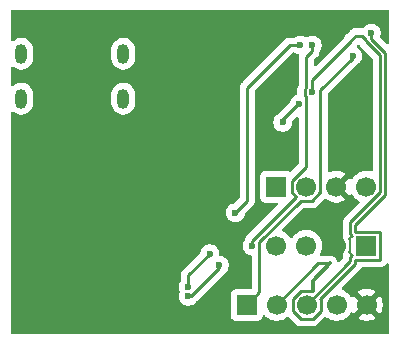
<source format=gbr>
%TF.GenerationSoftware,KiCad,Pcbnew,9.0.7*%
%TF.CreationDate,2026-02-19T23:55:45-05:00*%
%TF.ProjectId,usb_c_sensor_breakout,7573625f-635f-4736-956e-736f725f6272,rev?*%
%TF.SameCoordinates,Original*%
%TF.FileFunction,Copper,L2,Bot*%
%TF.FilePolarity,Positive*%
%FSLAX46Y46*%
G04 Gerber Fmt 4.6, Leading zero omitted, Abs format (unit mm)*
G04 Created by KiCad (PCBNEW 9.0.7) date 2026-02-19 23:55:45*
%MOMM*%
%LPD*%
G01*
G04 APERTURE LIST*
%TA.AperFunction,ComponentPad*%
%ADD10R,1.700000X1.700000*%
%TD*%
%TA.AperFunction,ComponentPad*%
%ADD11C,1.700000*%
%TD*%
%TA.AperFunction,HeatsinkPad*%
%ADD12O,1.000000X1.700000*%
%TD*%
%TA.AperFunction,ViaPad*%
%ADD13C,0.600000*%
%TD*%
%TA.AperFunction,Conductor*%
%ADD14C,0.250000*%
%TD*%
%TA.AperFunction,Conductor*%
%ADD15C,0.200000*%
%TD*%
%TA.AperFunction,Conductor*%
%ADD16C,0.300000*%
%TD*%
%TA.AperFunction,Conductor*%
%ADD17C,0.600000*%
%TD*%
G04 APERTURE END LIST*
D10*
%TO.P,J4,1,Pin_1*%
%TO.N,/+3V3*%
X154080000Y-82000000D03*
D11*
%TO.P,J4,2,Pin_2*%
%TO.N,GND*%
X151540000Y-82000000D03*
%TO.P,J4,3,Pin_3*%
%TO.N,/CONNECTORS/I2C_SCL*%
X149000000Y-82000000D03*
%TO.P,J4,4,Pin_4*%
%TO.N,/CONNECTORS/I2C_SDA*%
X146460000Y-82000000D03*
%TD*%
D10*
%TO.P,J3,1,Pin_1*%
%TO.N,/CONNECTORS/UART_TX*%
X146460000Y-77000000D03*
D11*
%TO.P,J3,2,Pin_2*%
%TO.N,/CONNECTORS/UART_RX*%
X149000000Y-77000000D03*
%TO.P,J3,3,Pin_3*%
%TO.N,GND*%
X151540000Y-77000000D03*
%TO.P,J3,4,Pin_4*%
%TO.N,/+3V3*%
X154080000Y-77000000D03*
%TD*%
D10*
%TO.P,J5,1,Pin_1*%
%TO.N,/CONNECTORS/SWDIO*%
X143960000Y-87000000D03*
D11*
%TO.P,J5,2,Pin_2*%
%TO.N,/CONNECTORS/SWCLK*%
X146500000Y-87000000D03*
%TO.P,J5,3,Pin_3*%
%TO.N,/CONNECTORS/NRST*%
X149040000Y-87000000D03*
%TO.P,J5,4,Pin_4*%
%TO.N,/+3V3*%
X151580000Y-87000000D03*
%TO.P,J5,5,Pin_5*%
%TO.N,GND*%
X154120000Y-87000000D03*
%TD*%
D12*
%TO.P,J1,S1,SHIELD*%
%TO.N,unconnected-(J1-SHIELD-PadS1)*%
X133500000Y-69550000D03*
%TO.N,unconnected-(J1-SHIELD-PadS1)_1*%
X133500000Y-65750000D03*
%TO.N,unconnected-(J1-SHIELD-PadS1)_2*%
X124860000Y-69550000D03*
%TO.N,unconnected-(J1-SHIELD-PadS1)_3*%
X124860000Y-65750000D03*
%TD*%
D13*
%TO.N,GND*%
X154000000Y-84500000D03*
%TO.N,/CONNECTORS/NRST*%
X148375000Y-70000000D03*
X147000000Y-71550000D03*
%TO.N,GND*%
X129500000Y-77000000D03*
X143000000Y-71000000D03*
%TO.N,/CONNECTORS/I2C_SDA*%
X139000000Y-85475000D03*
%TO.N,GND*%
X135000000Y-86500000D03*
X132469614Y-87530386D03*
X126430000Y-71000000D03*
X131500000Y-71500000D03*
X133000000Y-78000000D03*
X143000000Y-67000000D03*
X148000000Y-68350000D03*
%TO.N,/CONNECTORS/I2C_SDA*%
X148500000Y-65000000D03*
%TO.N,/CONNECTORS/NRST*%
X149500000Y-69000000D03*
%TO.N,/CONNECTORS/SWCLK*%
X154500000Y-64000000D03*
%TO.N,/CONNECTORS/SWDIO*%
X152929996Y-65929997D03*
%TO.N,GND*%
X138000000Y-84000000D03*
X136750000Y-86250000D03*
%TO.N,/CONNECTORS/I2C_SCL*%
X149500000Y-65000000D03*
X144401000Y-82000000D03*
X139000000Y-86275003D03*
X141644975Y-83655025D03*
%TO.N,/CONNECTORS/I2C_SDA*%
X140815686Y-82684314D03*
X143000000Y-79200000D03*
%TO.N,GND*%
X124500000Y-71850000D03*
%TD*%
D14*
%TO.N,/CONNECTORS/I2C_SDA*%
X144000000Y-68625000D02*
X147625000Y-65000000D01*
X147625000Y-65000000D02*
X148500000Y-65000000D01*
X143000000Y-79200000D02*
X144000000Y-78200000D01*
X144000000Y-78200000D02*
X144000000Y-68625000D01*
%TO.N,/CONNECTORS/I2C_SCL*%
X149500000Y-65500000D02*
X149500000Y-65000000D01*
X149000000Y-66000000D02*
X149500000Y-65500000D01*
X149000000Y-68614702D02*
X149000000Y-66000000D01*
X148874000Y-69259298D02*
X148874000Y-68740702D01*
X149000000Y-69385298D02*
X148874000Y-69259298D01*
X149000000Y-75336884D02*
X149000000Y-69385298D01*
X147824000Y-76512884D02*
X149000000Y-75336884D01*
X147824000Y-77487116D02*
X147824000Y-76512884D01*
X144401000Y-82000000D02*
X144401000Y-81599000D01*
X148168442Y-77831558D02*
X147824000Y-77487116D01*
X148874000Y-68740702D02*
X149000000Y-68614702D01*
X144401000Y-81599000D02*
X148168442Y-77831558D01*
D15*
%TO.N,/CONNECTORS/NRST*%
X152635285Y-82532475D02*
X152904000Y-82801190D01*
X152691000Y-81523240D02*
X152691000Y-82476760D01*
X152635285Y-81467525D02*
X152691000Y-81523240D01*
X152904000Y-81198810D02*
X152635285Y-81467525D01*
X152691000Y-82476760D02*
X152635285Y-82532475D01*
D14*
X152716000Y-83324000D02*
X149040000Y-87000000D01*
X152904000Y-82801190D02*
X152716000Y-82989190D01*
X152716000Y-81010810D02*
X152904000Y-81198810D01*
X152716000Y-80027116D02*
X152716000Y-81010810D01*
X155256000Y-77487116D02*
X152716000Y-80027116D01*
X155256000Y-65874313D02*
X155256000Y-77487116D01*
X154054770Y-64569468D02*
X154054770Y-64673083D01*
X153688068Y-64202766D02*
X154054770Y-64569468D01*
X153169472Y-64202766D02*
X153688068Y-64202766D01*
X152716000Y-82989190D02*
X152716000Y-83324000D01*
X152802770Y-64697230D02*
X152802770Y-64569468D01*
X152802770Y-64569468D02*
X153169472Y-64202766D01*
X149500000Y-68000000D02*
X152802770Y-64697230D01*
X149500000Y-69000000D02*
X149500000Y-68000000D01*
X154054770Y-64673083D02*
X155256000Y-65874313D01*
D16*
%TO.N,/CONNECTORS/SWCLK*%
X149552653Y-84947347D02*
X149552653Y-85814181D01*
X151000000Y-83500000D02*
X149552653Y-84947347D01*
D14*
X151000000Y-83500000D02*
X150000000Y-83500000D01*
X150000000Y-83500000D02*
X146500000Y-87000000D01*
X148552884Y-85824000D02*
X149527116Y-85824000D01*
X147864000Y-86512884D02*
X148552884Y-85824000D01*
X147864000Y-87487116D02*
X147864000Y-86512884D01*
X149527116Y-88176000D02*
X148552884Y-88176000D01*
X150216000Y-87487116D02*
X149527116Y-88176000D01*
X150190463Y-86487347D02*
X150216000Y-86512884D01*
X153167000Y-83510810D02*
X150190463Y-86487347D01*
X153167000Y-83176000D02*
X153167000Y-83510810D01*
X153167000Y-80213926D02*
X153167000Y-80824000D01*
X155256000Y-80824000D02*
X155256000Y-83176000D01*
X155707000Y-77673926D02*
X153167000Y-80213926D01*
X153167000Y-80824000D02*
X155256000Y-80824000D01*
X154505770Y-64382658D02*
X154505770Y-64486273D01*
X150216000Y-86512884D02*
X150216000Y-87487116D01*
X155707000Y-65687503D02*
X155707000Y-77673926D01*
X154500000Y-64376888D02*
X154505770Y-64382658D01*
X148552884Y-88176000D02*
X147864000Y-87487116D01*
X154505770Y-64486273D02*
X155707000Y-65687503D01*
X155256000Y-83176000D02*
X153167000Y-83176000D01*
X154500000Y-64000000D02*
X154500000Y-64376888D01*
%TO.N,/CONNECTORS/SWDIO*%
X145026000Y-85934000D02*
X143960000Y-87000000D01*
X145026000Y-81662884D02*
X145026000Y-85934000D01*
X148512884Y-78176000D02*
X145026000Y-81662884D01*
X150176000Y-77487116D02*
X149487116Y-78176000D01*
X150176000Y-68824000D02*
X150176000Y-77487116D01*
X152929996Y-66070004D02*
X150176000Y-68824000D01*
X149487116Y-78176000D02*
X148512884Y-78176000D01*
X152929996Y-65929997D02*
X152929996Y-66070004D01*
%TO.N,/CONNECTORS/I2C_SCL*%
X139224997Y-86275003D02*
X141644975Y-83855025D01*
X139000000Y-86275003D02*
X139224997Y-86275003D01*
X141644975Y-83855025D02*
X141644975Y-83655025D01*
D16*
%TO.N,/CONNECTORS/NRST*%
X147000000Y-71375000D02*
X148375000Y-70000000D01*
X147000000Y-71550000D02*
X147000000Y-71375000D01*
D17*
%TO.N,GND*%
X131500000Y-71500000D02*
X126930000Y-71500000D01*
X126930000Y-71500000D02*
X126430000Y-71000000D01*
D14*
%TO.N,/CONNECTORS/I2C_SDA*%
X139000000Y-84500000D02*
X139000000Y-85475000D01*
X140815686Y-82684314D02*
X139000000Y-84500000D01*
%TD*%
%TA.AperFunction,Conductor*%
%TO.N,GND*%
G36*
X155942539Y-62020185D02*
G01*
X155988294Y-62072989D01*
X155999500Y-62124500D01*
X155999500Y-64796051D01*
X155979815Y-64863090D01*
X155927011Y-64908845D01*
X155857853Y-64918789D01*
X155794297Y-64889764D01*
X155787819Y-64883732D01*
X155289616Y-64385529D01*
X155256131Y-64324206D01*
X155261115Y-64254514D01*
X155262719Y-64250439D01*
X155269737Y-64233497D01*
X155300500Y-64078842D01*
X155300500Y-63921158D01*
X155300500Y-63921155D01*
X155300499Y-63921153D01*
X155269738Y-63766510D01*
X155269737Y-63766503D01*
X155249194Y-63716908D01*
X155209397Y-63620827D01*
X155209390Y-63620814D01*
X155121789Y-63489711D01*
X155121786Y-63489707D01*
X155010292Y-63378213D01*
X155010288Y-63378210D01*
X154879185Y-63290609D01*
X154879172Y-63290602D01*
X154733501Y-63230264D01*
X154733489Y-63230261D01*
X154578845Y-63199500D01*
X154578842Y-63199500D01*
X154421158Y-63199500D01*
X154421155Y-63199500D01*
X154266510Y-63230261D01*
X154266498Y-63230264D01*
X154120827Y-63290602D01*
X154120814Y-63290609D01*
X153989711Y-63378210D01*
X153989707Y-63378213D01*
X153878210Y-63489710D01*
X153856531Y-63522157D01*
X153802919Y-63566962D01*
X153753429Y-63577266D01*
X153749675Y-63577266D01*
X153749674Y-63577266D01*
X153231079Y-63577266D01*
X153107865Y-63577266D01*
X153087592Y-63581298D01*
X153067318Y-63585331D01*
X153067317Y-63585330D01*
X152987027Y-63601301D01*
X152987019Y-63601303D01*
X152942405Y-63619783D01*
X152942397Y-63619786D01*
X152939900Y-63620821D01*
X152873187Y-63648454D01*
X152873186Y-63648455D01*
X152855227Y-63660454D01*
X152855220Y-63660458D01*
X152770740Y-63716906D01*
X152727177Y-63760469D01*
X152683614Y-63804033D01*
X152406712Y-64080934D01*
X152406704Y-64080942D01*
X152404040Y-64083607D01*
X152404037Y-64083610D01*
X152316912Y-64170735D01*
X152289759Y-64211373D01*
X152285090Y-64218359D01*
X152285084Y-64218367D01*
X152248460Y-64273177D01*
X152248458Y-64273181D01*
X152229067Y-64319996D01*
X152228630Y-64321052D01*
X152201307Y-64387016D01*
X152199772Y-64394733D01*
X152195749Y-64404997D01*
X152180818Y-64424268D01*
X152169513Y-64445868D01*
X152167983Y-64447425D01*
X149837181Y-66778228D01*
X149775858Y-66811713D01*
X149706166Y-66806729D01*
X149650233Y-66764857D01*
X149625816Y-66699393D01*
X149625500Y-66690547D01*
X149625500Y-66310451D01*
X149645185Y-66243412D01*
X149661815Y-66222774D01*
X149898729Y-65985860D01*
X149898733Y-65985858D01*
X149985858Y-65898733D01*
X150037256Y-65821809D01*
X150054312Y-65796285D01*
X150097565Y-65691862D01*
X150101463Y-65682452D01*
X150117611Y-65601267D01*
X150125500Y-65561607D01*
X150125500Y-65542350D01*
X150145185Y-65475311D01*
X150146398Y-65473459D01*
X150182316Y-65419704D01*
X150209394Y-65379179D01*
X150269737Y-65233497D01*
X150300500Y-65078842D01*
X150300500Y-64921158D01*
X150300500Y-64921155D01*
X150300499Y-64921153D01*
X150287446Y-64855534D01*
X150269737Y-64766503D01*
X150267962Y-64762218D01*
X150209397Y-64620827D01*
X150209390Y-64620814D01*
X150121789Y-64489711D01*
X150121786Y-64489707D01*
X150010292Y-64378213D01*
X150010288Y-64378210D01*
X149879185Y-64290609D01*
X149879172Y-64290602D01*
X149733501Y-64230264D01*
X149733489Y-64230261D01*
X149578845Y-64199500D01*
X149578842Y-64199500D01*
X149421158Y-64199500D01*
X149421155Y-64199500D01*
X149266510Y-64230261D01*
X149266498Y-64230264D01*
X149120827Y-64290602D01*
X149120814Y-64290609D01*
X149068891Y-64325304D01*
X149002214Y-64346182D01*
X148934833Y-64327698D01*
X148931109Y-64325304D01*
X148879185Y-64290609D01*
X148879172Y-64290602D01*
X148733501Y-64230264D01*
X148733489Y-64230261D01*
X148578845Y-64199500D01*
X148578842Y-64199500D01*
X148421158Y-64199500D01*
X148421155Y-64199500D01*
X148266510Y-64230261D01*
X148266498Y-64230264D01*
X148120827Y-64290602D01*
X148120815Y-64290609D01*
X148026541Y-64353602D01*
X147959864Y-64374480D01*
X147957650Y-64374500D01*
X147563393Y-64374500D01*
X147539868Y-64379179D01*
X147539867Y-64379178D01*
X147442555Y-64398535D01*
X147442545Y-64398538D01*
X147328716Y-64445687D01*
X147328707Y-64445692D01*
X147226268Y-64514140D01*
X147195193Y-64545216D01*
X147139142Y-64601267D01*
X147139139Y-64601270D01*
X143601270Y-68139139D01*
X143601267Y-68139142D01*
X143557704Y-68182704D01*
X143514142Y-68226266D01*
X143485128Y-68269689D01*
X143485127Y-68269688D01*
X143445692Y-68328707D01*
X143445685Y-68328719D01*
X143429491Y-68367816D01*
X143429488Y-68367824D01*
X143426724Y-68374499D01*
X143398537Y-68442548D01*
X143397154Y-68449500D01*
X143376549Y-68553095D01*
X143375583Y-68557948D01*
X143375581Y-68557957D01*
X143374500Y-68563396D01*
X143374500Y-77889547D01*
X143354815Y-77956586D01*
X143338181Y-77977228D01*
X142941203Y-78374205D01*
X142879880Y-78407690D01*
X142877714Y-78408141D01*
X142766508Y-78430261D01*
X142766498Y-78430264D01*
X142620827Y-78490602D01*
X142620814Y-78490609D01*
X142489711Y-78578210D01*
X142489707Y-78578213D01*
X142378213Y-78689707D01*
X142378211Y-78689710D01*
X142290609Y-78820814D01*
X142290602Y-78820827D01*
X142230264Y-78966498D01*
X142230261Y-78966510D01*
X142199500Y-79121153D01*
X142199500Y-79278846D01*
X142230261Y-79433489D01*
X142230264Y-79433501D01*
X142290602Y-79579172D01*
X142290609Y-79579185D01*
X142378210Y-79710288D01*
X142378213Y-79710292D01*
X142489707Y-79821786D01*
X142489711Y-79821789D01*
X142620814Y-79909390D01*
X142620827Y-79909397D01*
X142756286Y-79965505D01*
X142766503Y-79969737D01*
X142921153Y-80000499D01*
X142921156Y-80000500D01*
X142921158Y-80000500D01*
X143078844Y-80000500D01*
X143078845Y-80000499D01*
X143233497Y-79969737D01*
X143379179Y-79909394D01*
X143510289Y-79821789D01*
X143621789Y-79710289D01*
X143709394Y-79579179D01*
X143769737Y-79433497D01*
X143791858Y-79322282D01*
X143824240Y-79260375D01*
X143825677Y-79258911D01*
X144485858Y-78598733D01*
X144554312Y-78496285D01*
X144601463Y-78382451D01*
X144619098Y-78293796D01*
X144625501Y-78261608D01*
X144625501Y-78133283D01*
X144625500Y-78133257D01*
X144625500Y-68935452D01*
X144645185Y-68868413D01*
X144661819Y-68847771D01*
X147847771Y-65661819D01*
X147874698Y-65647115D01*
X147900517Y-65630523D01*
X147906717Y-65629631D01*
X147909094Y-65628334D01*
X147935452Y-65625500D01*
X147957650Y-65625500D01*
X148024689Y-65645185D01*
X148026541Y-65646398D01*
X148120821Y-65709394D01*
X148120823Y-65709395D01*
X148120827Y-65709397D01*
X148230082Y-65754651D01*
X148266503Y-65769737D01*
X148281040Y-65772628D01*
X148342951Y-65805011D01*
X148377528Y-65865726D01*
X148378470Y-65918436D01*
X148374500Y-65938395D01*
X148374500Y-68324769D01*
X148371284Y-68338025D01*
X148372259Y-68348235D01*
X148363826Y-68368767D01*
X148360716Y-68381588D01*
X148357497Y-68387831D01*
X148319688Y-68444416D01*
X148286347Y-68524909D01*
X148284372Y-68529676D01*
X148284372Y-68529677D01*
X148272536Y-68558250D01*
X148263941Y-68601462D01*
X148263942Y-68601463D01*
X148249059Y-68676289D01*
X148249055Y-68676305D01*
X148248500Y-68679090D01*
X148248500Y-69107215D01*
X148228815Y-69174254D01*
X148176011Y-69220009D01*
X148148696Y-69228831D01*
X148141512Y-69230260D01*
X148141500Y-69230263D01*
X147995827Y-69290602D01*
X147995814Y-69290609D01*
X147864711Y-69378210D01*
X147864707Y-69378213D01*
X147753213Y-69489707D01*
X147753210Y-69489711D01*
X147665609Y-69620814D01*
X147665602Y-69620827D01*
X147605264Y-69766498D01*
X147605261Y-69766508D01*
X147591920Y-69833579D01*
X147559535Y-69895490D01*
X147557984Y-69897068D01*
X146610250Y-70844802D01*
X146591460Y-70860223D01*
X146489711Y-70928210D01*
X146489707Y-70928213D01*
X146378213Y-71039707D01*
X146378210Y-71039711D01*
X146290609Y-71170814D01*
X146290602Y-71170827D01*
X146230264Y-71316498D01*
X146230261Y-71316510D01*
X146199500Y-71471153D01*
X146199500Y-71628846D01*
X146230261Y-71783489D01*
X146230264Y-71783501D01*
X146290602Y-71929172D01*
X146290609Y-71929185D01*
X146378210Y-72060288D01*
X146378213Y-72060292D01*
X146489707Y-72171786D01*
X146489711Y-72171789D01*
X146620814Y-72259390D01*
X146620827Y-72259397D01*
X146766498Y-72319735D01*
X146766503Y-72319737D01*
X146921153Y-72350499D01*
X146921156Y-72350500D01*
X146921158Y-72350500D01*
X147078844Y-72350500D01*
X147078845Y-72350499D01*
X147233497Y-72319737D01*
X147379179Y-72259394D01*
X147510289Y-72171789D01*
X147621789Y-72060289D01*
X147709394Y-71929179D01*
X147769737Y-71783497D01*
X147800500Y-71628842D01*
X147800500Y-71545808D01*
X147820185Y-71478769D01*
X147836819Y-71458127D01*
X148162819Y-71132127D01*
X148224142Y-71098642D01*
X148293834Y-71103626D01*
X148349767Y-71145498D01*
X148374184Y-71210962D01*
X148374500Y-71219808D01*
X148374500Y-75026431D01*
X148354815Y-75093470D01*
X148338181Y-75114112D01*
X147739115Y-75713177D01*
X147677792Y-75746662D01*
X147608100Y-75741678D01*
X147577124Y-75724763D01*
X147552335Y-75706206D01*
X147552328Y-75706202D01*
X147417482Y-75655908D01*
X147417483Y-75655908D01*
X147357883Y-75649501D01*
X147357881Y-75649500D01*
X147357873Y-75649500D01*
X147357864Y-75649500D01*
X145562129Y-75649500D01*
X145562123Y-75649501D01*
X145502516Y-75655908D01*
X145367671Y-75706202D01*
X145367664Y-75706206D01*
X145252455Y-75792452D01*
X145252452Y-75792455D01*
X145166206Y-75907664D01*
X145166202Y-75907671D01*
X145115908Y-76042517D01*
X145109501Y-76102116D01*
X145109500Y-76102135D01*
X145109500Y-77897870D01*
X145109501Y-77897876D01*
X145115908Y-77957483D01*
X145166202Y-78092328D01*
X145166206Y-78092335D01*
X145252452Y-78207544D01*
X145252455Y-78207547D01*
X145367664Y-78293793D01*
X145367671Y-78293797D01*
X145502517Y-78344091D01*
X145502516Y-78344091D01*
X145509444Y-78344835D01*
X145562127Y-78350500D01*
X146465546Y-78350499D01*
X146532585Y-78370183D01*
X146578340Y-78422987D01*
X146588284Y-78492146D01*
X146559259Y-78555702D01*
X146553227Y-78562180D01*
X144619615Y-80495794D01*
X144002269Y-81113140D01*
X144002267Y-81113142D01*
X143958704Y-81156704D01*
X143915142Y-81200266D01*
X143891439Y-81235741D01*
X143891438Y-81235742D01*
X143846690Y-81302709D01*
X143846688Y-81302713D01*
X143799535Y-81416554D01*
X143799535Y-81416555D01*
X143792242Y-81453219D01*
X143773727Y-81497918D01*
X143691609Y-81620814D01*
X143691602Y-81620827D01*
X143631264Y-81766498D01*
X143631261Y-81766510D01*
X143600500Y-81921153D01*
X143600500Y-82078846D01*
X143631261Y-82233489D01*
X143631264Y-82233501D01*
X143691602Y-82379172D01*
X143691609Y-82379185D01*
X143779210Y-82510288D01*
X143779213Y-82510292D01*
X143890707Y-82621786D01*
X143890711Y-82621789D01*
X144021814Y-82709390D01*
X144021827Y-82709397D01*
X144154290Y-82764264D01*
X144167503Y-82769737D01*
X144277987Y-82791713D01*
X144300691Y-82796230D01*
X144362602Y-82828615D01*
X144397176Y-82889330D01*
X144400500Y-82917847D01*
X144400500Y-85525500D01*
X144380815Y-85592539D01*
X144328011Y-85638294D01*
X144276500Y-85649500D01*
X143062129Y-85649500D01*
X143062123Y-85649501D01*
X143002516Y-85655908D01*
X142867671Y-85706202D01*
X142867664Y-85706206D01*
X142752455Y-85792452D01*
X142752452Y-85792455D01*
X142666206Y-85907664D01*
X142666202Y-85907671D01*
X142615908Y-86042517D01*
X142609501Y-86102116D01*
X142609500Y-86102135D01*
X142609500Y-87897870D01*
X142609501Y-87897876D01*
X142615908Y-87957483D01*
X142666202Y-88092328D01*
X142666206Y-88092335D01*
X142752452Y-88207544D01*
X142752455Y-88207547D01*
X142867664Y-88293793D01*
X142867671Y-88293797D01*
X143002517Y-88344091D01*
X143002516Y-88344091D01*
X143009444Y-88344835D01*
X143062127Y-88350500D01*
X144857872Y-88350499D01*
X144917483Y-88344091D01*
X145052331Y-88293796D01*
X145167546Y-88207546D01*
X145253796Y-88092331D01*
X145302810Y-87960916D01*
X145344681Y-87904984D01*
X145410145Y-87880566D01*
X145478418Y-87895417D01*
X145506673Y-87916569D01*
X145620213Y-88030109D01*
X145792179Y-88155048D01*
X145792181Y-88155049D01*
X145792184Y-88155051D01*
X145981588Y-88251557D01*
X146183757Y-88317246D01*
X146393713Y-88350500D01*
X146393714Y-88350500D01*
X146606286Y-88350500D01*
X146606287Y-88350500D01*
X146816243Y-88317246D01*
X147018412Y-88251557D01*
X147207816Y-88155051D01*
X147376709Y-88032344D01*
X147442515Y-88008864D01*
X147510569Y-88024690D01*
X147537275Y-88044981D01*
X148067023Y-88574729D01*
X148067026Y-88574733D01*
X148154151Y-88661858D01*
X148205374Y-88696084D01*
X148256598Y-88730312D01*
X148256599Y-88730312D01*
X148256600Y-88730313D01*
X148330274Y-88760829D01*
X148330278Y-88760830D01*
X148337091Y-88763652D01*
X148370432Y-88777463D01*
X148430855Y-88789481D01*
X148491277Y-88801500D01*
X149588723Y-88801500D01*
X149649145Y-88789481D01*
X149709568Y-88777463D01*
X149742908Y-88763652D01*
X149823402Y-88730312D01*
X149874625Y-88696084D01*
X149925849Y-88661858D01*
X150012974Y-88574733D01*
X150012975Y-88574731D01*
X150020041Y-88567665D01*
X150020044Y-88567661D01*
X150542725Y-88044979D01*
X150604046Y-88011496D01*
X150673738Y-88016480D01*
X150703289Y-88032343D01*
X150785862Y-88092335D01*
X150872184Y-88155051D01*
X151061588Y-88251557D01*
X151263757Y-88317246D01*
X151473713Y-88350500D01*
X151473714Y-88350500D01*
X151686286Y-88350500D01*
X151686287Y-88350500D01*
X151896243Y-88317246D01*
X152098412Y-88251557D01*
X152287816Y-88155051D01*
X152374138Y-88092335D01*
X152459786Y-88030109D01*
X152459788Y-88030106D01*
X152459792Y-88030104D01*
X152610104Y-87879792D01*
X152610106Y-87879788D01*
X152610109Y-87879786D01*
X152695890Y-87761717D01*
X152735051Y-87707816D01*
X152739793Y-87698508D01*
X152787763Y-87647711D01*
X152855583Y-87630911D01*
X152921719Y-87653445D01*
X152960763Y-87698500D01*
X152965373Y-87707547D01*
X153004728Y-87761716D01*
X153637037Y-87129408D01*
X153654075Y-87192993D01*
X153719901Y-87307007D01*
X153812993Y-87400099D01*
X153927007Y-87465925D01*
X153990590Y-87482962D01*
X153358282Y-88115269D01*
X153358282Y-88115270D01*
X153412449Y-88154624D01*
X153601782Y-88251095D01*
X153803870Y-88316757D01*
X154013754Y-88350000D01*
X154226246Y-88350000D01*
X154436127Y-88316757D01*
X154436130Y-88316757D01*
X154638217Y-88251095D01*
X154827554Y-88154622D01*
X154881716Y-88115270D01*
X154881717Y-88115270D01*
X154249408Y-87482962D01*
X154312993Y-87465925D01*
X154427007Y-87400099D01*
X154520099Y-87307007D01*
X154585925Y-87192993D01*
X154602962Y-87129409D01*
X155235270Y-87761717D01*
X155235270Y-87761716D01*
X155274622Y-87707554D01*
X155371095Y-87518217D01*
X155436757Y-87316130D01*
X155436757Y-87316127D01*
X155470000Y-87106246D01*
X155470000Y-86893753D01*
X155436757Y-86683872D01*
X155436757Y-86683869D01*
X155371095Y-86481782D01*
X155274624Y-86292449D01*
X155235270Y-86238282D01*
X155235269Y-86238282D01*
X154602962Y-86870590D01*
X154585925Y-86807007D01*
X154520099Y-86692993D01*
X154427007Y-86599901D01*
X154312993Y-86534075D01*
X154249409Y-86517037D01*
X154881716Y-85884728D01*
X154827550Y-85845375D01*
X154638217Y-85748904D01*
X154436129Y-85683242D01*
X154226246Y-85650000D01*
X154013754Y-85650000D01*
X153803872Y-85683242D01*
X153803869Y-85683242D01*
X153601782Y-85748904D01*
X153412439Y-85845380D01*
X153358282Y-85884727D01*
X153358282Y-85884728D01*
X153990591Y-86517037D01*
X153927007Y-86534075D01*
X153812993Y-86599901D01*
X153719901Y-86692993D01*
X153654075Y-86807007D01*
X153637037Y-86870591D01*
X153004728Y-86238282D01*
X153004727Y-86238282D01*
X152965380Y-86292440D01*
X152965376Y-86292446D01*
X152960760Y-86301505D01*
X152912781Y-86352297D01*
X152844959Y-86369087D01*
X152778826Y-86346543D01*
X152739794Y-86301493D01*
X152735051Y-86292184D01*
X152735049Y-86292181D01*
X152735048Y-86292179D01*
X152610109Y-86120213D01*
X152459786Y-85969890D01*
X152287820Y-85844951D01*
X152098416Y-85748444D01*
X152089773Y-85745636D01*
X152076157Y-85741212D01*
X152018484Y-85701775D01*
X151991286Y-85637416D01*
X152003201Y-85568570D01*
X152026794Y-85535604D01*
X153565729Y-83996670D01*
X153565733Y-83996668D01*
X153652858Y-83909543D01*
X153692679Y-83849946D01*
X153697958Y-83843906D01*
X153720934Y-83829275D01*
X153741840Y-83811804D01*
X153751545Y-83809783D01*
X153756893Y-83806378D01*
X153767684Y-83806423D01*
X153791330Y-83801500D01*
X155317607Y-83801500D01*
X155317608Y-83801499D01*
X155438452Y-83777463D01*
X155552286Y-83730311D01*
X155654733Y-83661858D01*
X155741858Y-83574733D01*
X155750245Y-83562181D01*
X155772398Y-83529027D01*
X155826010Y-83484222D01*
X155895335Y-83475515D01*
X155958362Y-83505669D01*
X155995082Y-83565112D01*
X155999500Y-83597918D01*
X155999500Y-89375500D01*
X155979815Y-89442539D01*
X155927011Y-89488294D01*
X155875500Y-89499500D01*
X124124500Y-89499500D01*
X124057461Y-89479815D01*
X124011706Y-89427011D01*
X124000500Y-89375500D01*
X124000500Y-85396153D01*
X138199500Y-85396153D01*
X138199500Y-85553846D01*
X138230261Y-85708489D01*
X138230264Y-85708501D01*
X138279575Y-85827549D01*
X138287044Y-85897018D01*
X138279575Y-85922453D01*
X138230264Y-86041501D01*
X138230261Y-86041513D01*
X138199500Y-86196156D01*
X138199500Y-86353849D01*
X138230261Y-86508492D01*
X138230264Y-86508504D01*
X138290602Y-86654175D01*
X138290609Y-86654188D01*
X138378210Y-86785291D01*
X138378213Y-86785295D01*
X138489707Y-86896789D01*
X138489711Y-86896792D01*
X138620814Y-86984393D01*
X138620827Y-86984400D01*
X138766498Y-87044738D01*
X138766503Y-87044740D01*
X138872509Y-87065826D01*
X138921153Y-87075502D01*
X138921156Y-87075503D01*
X138921158Y-87075503D01*
X139078844Y-87075503D01*
X139078845Y-87075502D01*
X139233497Y-87044740D01*
X139379179Y-86984397D01*
X139510289Y-86896792D01*
X139621789Y-86785292D01*
X139660293Y-86727665D01*
X139675706Y-86708883D01*
X139710855Y-86673736D01*
X139710856Y-86673733D01*
X142003519Y-84381070D01*
X142022305Y-84365653D01*
X142024148Y-84364421D01*
X142024154Y-84364419D01*
X142155264Y-84276814D01*
X142266764Y-84165314D01*
X142354369Y-84034204D01*
X142362679Y-84014143D01*
X142414710Y-83888526D01*
X142414712Y-83888522D01*
X142445475Y-83733867D01*
X142445475Y-83576183D01*
X142445475Y-83576180D01*
X142445474Y-83576178D01*
X142428759Y-83492147D01*
X142414712Y-83421528D01*
X142392472Y-83367835D01*
X142354372Y-83275852D01*
X142354365Y-83275839D01*
X142266764Y-83144736D01*
X142266761Y-83144732D01*
X142155267Y-83033238D01*
X142155263Y-83033235D01*
X142024160Y-82945634D01*
X142024147Y-82945627D01*
X141878476Y-82885289D01*
X141878464Y-82885286D01*
X141717843Y-82853336D01*
X141718305Y-82851012D01*
X141663245Y-82828780D01*
X141622886Y-82771745D01*
X141616186Y-82731537D01*
X141616186Y-82605469D01*
X141616185Y-82605467D01*
X141598869Y-82518414D01*
X141585423Y-82450817D01*
X141585421Y-82450812D01*
X141525083Y-82305141D01*
X141525076Y-82305128D01*
X141437475Y-82174025D01*
X141437472Y-82174021D01*
X141325978Y-82062527D01*
X141325974Y-82062524D01*
X141194871Y-81974923D01*
X141194858Y-81974916D01*
X141049187Y-81914578D01*
X141049175Y-81914575D01*
X140894531Y-81883814D01*
X140894528Y-81883814D01*
X140736844Y-81883814D01*
X140736841Y-81883814D01*
X140582196Y-81914575D01*
X140582184Y-81914578D01*
X140436513Y-81974916D01*
X140436500Y-81974923D01*
X140305397Y-82062524D01*
X140305393Y-82062527D01*
X140193899Y-82174021D01*
X140193896Y-82174025D01*
X140106295Y-82305128D01*
X140106288Y-82305141D01*
X140045950Y-82450812D01*
X140045947Y-82450822D01*
X140023827Y-82562028D01*
X139991442Y-82623939D01*
X139989891Y-82625517D01*
X139294761Y-83320648D01*
X138601270Y-84014139D01*
X138601267Y-84014142D01*
X138557704Y-84057704D01*
X138514142Y-84101266D01*
X138493537Y-84132103D01*
X138493531Y-84132112D01*
X138490727Y-84136310D01*
X138445688Y-84203714D01*
X138424960Y-84253758D01*
X138422235Y-84260334D01*
X138422234Y-84260338D01*
X138398538Y-84317545D01*
X138398535Y-84317555D01*
X138374500Y-84438389D01*
X138374500Y-84932650D01*
X138354815Y-84999689D01*
X138353602Y-85001541D01*
X138290609Y-85095815D01*
X138290602Y-85095828D01*
X138230264Y-85241498D01*
X138230261Y-85241510D01*
X138199500Y-85396153D01*
X124000500Y-85396153D01*
X124000500Y-70754784D01*
X124020185Y-70687745D01*
X124072989Y-70641990D01*
X124142147Y-70632046D01*
X124205703Y-70661071D01*
X124212181Y-70667103D01*
X124222214Y-70677136D01*
X124222218Y-70677139D01*
X124386079Y-70786628D01*
X124386092Y-70786635D01*
X124563752Y-70860223D01*
X124568165Y-70862051D01*
X124568169Y-70862051D01*
X124568170Y-70862052D01*
X124761456Y-70900500D01*
X124761459Y-70900500D01*
X124958543Y-70900500D01*
X125088582Y-70874632D01*
X125151835Y-70862051D01*
X125333914Y-70786632D01*
X125497782Y-70677139D01*
X125637139Y-70537782D01*
X125746632Y-70373914D01*
X125822051Y-70191835D01*
X125860500Y-69998543D01*
X132499499Y-69998543D01*
X132537947Y-70191829D01*
X132537950Y-70191839D01*
X132613364Y-70373907D01*
X132613371Y-70373920D01*
X132722860Y-70537781D01*
X132722863Y-70537785D01*
X132862214Y-70677136D01*
X132862218Y-70677139D01*
X133026079Y-70786628D01*
X133026092Y-70786635D01*
X133203752Y-70860223D01*
X133208165Y-70862051D01*
X133208169Y-70862051D01*
X133208170Y-70862052D01*
X133401456Y-70900500D01*
X133401459Y-70900500D01*
X133598543Y-70900500D01*
X133728582Y-70874632D01*
X133791835Y-70862051D01*
X133973914Y-70786632D01*
X134137782Y-70677139D01*
X134277139Y-70537782D01*
X134386632Y-70373914D01*
X134462051Y-70191835D01*
X134500500Y-69998541D01*
X134500500Y-69101459D01*
X134500500Y-69101456D01*
X134462052Y-68908170D01*
X134462051Y-68908169D01*
X134462051Y-68908165D01*
X134437035Y-68847771D01*
X134386635Y-68726092D01*
X134386628Y-68726079D01*
X134277139Y-68562218D01*
X134277136Y-68562214D01*
X134137785Y-68422863D01*
X134137781Y-68422860D01*
X133973920Y-68313371D01*
X133973907Y-68313364D01*
X133791839Y-68237950D01*
X133791829Y-68237947D01*
X133598543Y-68199500D01*
X133598541Y-68199500D01*
X133401459Y-68199500D01*
X133401457Y-68199500D01*
X133208170Y-68237947D01*
X133208160Y-68237950D01*
X133026092Y-68313364D01*
X133026079Y-68313371D01*
X132862218Y-68422860D01*
X132862214Y-68422863D01*
X132722863Y-68562214D01*
X132722860Y-68562218D01*
X132613371Y-68726079D01*
X132613364Y-68726092D01*
X132537950Y-68908160D01*
X132537947Y-68908170D01*
X132499500Y-69101456D01*
X132499500Y-69101459D01*
X132499500Y-69998541D01*
X132499500Y-69998543D01*
X132499499Y-69998543D01*
X125860500Y-69998543D01*
X125860500Y-69998541D01*
X125860500Y-69101459D01*
X125860500Y-69101456D01*
X125822052Y-68908170D01*
X125822051Y-68908169D01*
X125822051Y-68908165D01*
X125797035Y-68847771D01*
X125746635Y-68726092D01*
X125746628Y-68726079D01*
X125637139Y-68562218D01*
X125637136Y-68562214D01*
X125497785Y-68422863D01*
X125497781Y-68422860D01*
X125333920Y-68313371D01*
X125333907Y-68313364D01*
X125151839Y-68237950D01*
X125151829Y-68237947D01*
X124958543Y-68199500D01*
X124958541Y-68199500D01*
X124761459Y-68199500D01*
X124761457Y-68199500D01*
X124568170Y-68237947D01*
X124568160Y-68237950D01*
X124386092Y-68313364D01*
X124386079Y-68313371D01*
X124222218Y-68422860D01*
X124222214Y-68422863D01*
X124212181Y-68432897D01*
X124150858Y-68466382D01*
X124081166Y-68461398D01*
X124025233Y-68419526D01*
X124000816Y-68354062D01*
X124000500Y-68345216D01*
X124000500Y-66954784D01*
X124020185Y-66887745D01*
X124072989Y-66841990D01*
X124142147Y-66832046D01*
X124205703Y-66861071D01*
X124212181Y-66867103D01*
X124222214Y-66877136D01*
X124222218Y-66877139D01*
X124386079Y-66986628D01*
X124386092Y-66986635D01*
X124568160Y-67062049D01*
X124568165Y-67062051D01*
X124568169Y-67062051D01*
X124568170Y-67062052D01*
X124761456Y-67100500D01*
X124761459Y-67100500D01*
X124958543Y-67100500D01*
X125088582Y-67074632D01*
X125151835Y-67062051D01*
X125333914Y-66986632D01*
X125497782Y-66877139D01*
X125637139Y-66737782D01*
X125746632Y-66573914D01*
X125822051Y-66391835D01*
X125834632Y-66328582D01*
X125860500Y-66198543D01*
X132499499Y-66198543D01*
X132537947Y-66391829D01*
X132537950Y-66391839D01*
X132613364Y-66573907D01*
X132613371Y-66573920D01*
X132722860Y-66737781D01*
X132722863Y-66737785D01*
X132862214Y-66877136D01*
X132862218Y-66877139D01*
X133026079Y-66986628D01*
X133026092Y-66986635D01*
X133208160Y-67062049D01*
X133208165Y-67062051D01*
X133208169Y-67062051D01*
X133208170Y-67062052D01*
X133401456Y-67100500D01*
X133401459Y-67100500D01*
X133598543Y-67100500D01*
X133728582Y-67074632D01*
X133791835Y-67062051D01*
X133973914Y-66986632D01*
X134137782Y-66877139D01*
X134277139Y-66737782D01*
X134386632Y-66573914D01*
X134462051Y-66391835D01*
X134474632Y-66328582D01*
X134500500Y-66198543D01*
X134500500Y-65301456D01*
X134462052Y-65108170D01*
X134462051Y-65108169D01*
X134462051Y-65108165D01*
X134446051Y-65069537D01*
X134386635Y-64926092D01*
X134386628Y-64926079D01*
X134277139Y-64762218D01*
X134277136Y-64762214D01*
X134137785Y-64622863D01*
X134137781Y-64622860D01*
X133973920Y-64513371D01*
X133973907Y-64513364D01*
X133791839Y-64437950D01*
X133791829Y-64437947D01*
X133598543Y-64399500D01*
X133598541Y-64399500D01*
X133401459Y-64399500D01*
X133401457Y-64399500D01*
X133208170Y-64437947D01*
X133208160Y-64437950D01*
X133026092Y-64513364D01*
X133026079Y-64513371D01*
X132862218Y-64622860D01*
X132862214Y-64622863D01*
X132722863Y-64762214D01*
X132722860Y-64762218D01*
X132613371Y-64926079D01*
X132613364Y-64926092D01*
X132537950Y-65108160D01*
X132537947Y-65108170D01*
X132499500Y-65301456D01*
X132499500Y-65301459D01*
X132499500Y-66198541D01*
X132499500Y-66198543D01*
X132499499Y-66198543D01*
X125860500Y-66198543D01*
X125860500Y-65301456D01*
X125822052Y-65108170D01*
X125822051Y-65108169D01*
X125822051Y-65108165D01*
X125806051Y-65069537D01*
X125746635Y-64926092D01*
X125746628Y-64926079D01*
X125637139Y-64762218D01*
X125637136Y-64762214D01*
X125497785Y-64622863D01*
X125497781Y-64622860D01*
X125333920Y-64513371D01*
X125333907Y-64513364D01*
X125151839Y-64437950D01*
X125151829Y-64437947D01*
X124958543Y-64399500D01*
X124958541Y-64399500D01*
X124761459Y-64399500D01*
X124761457Y-64399500D01*
X124568170Y-64437947D01*
X124568160Y-64437950D01*
X124386092Y-64513364D01*
X124386079Y-64513371D01*
X124222218Y-64622860D01*
X124222214Y-64622863D01*
X124212181Y-64632897D01*
X124150858Y-64666382D01*
X124081166Y-64661398D01*
X124025233Y-64619526D01*
X124000816Y-64554062D01*
X124000500Y-64545216D01*
X124000500Y-62124500D01*
X124020185Y-62057461D01*
X124072989Y-62011706D01*
X124124500Y-62000500D01*
X155875500Y-62000500D01*
X155942539Y-62020185D01*
G37*
%TD.AperFunction*%
%TA.AperFunction,Conductor*%
G36*
X152655270Y-77761717D02*
G01*
X152655270Y-77761716D01*
X152694622Y-77707555D01*
X152699232Y-77698507D01*
X152747205Y-77647709D01*
X152815025Y-77630912D01*
X152881161Y-77653447D01*
X152920204Y-77698504D01*
X152924949Y-77707817D01*
X153049890Y-77879786D01*
X153200213Y-78030109D01*
X153372182Y-78155050D01*
X153439580Y-78189391D01*
X153490377Y-78237365D01*
X153507172Y-78305186D01*
X153484635Y-78371321D01*
X153470967Y-78387557D01*
X152317269Y-79541256D01*
X152230144Y-79628380D01*
X152230138Y-79628388D01*
X152161692Y-79730821D01*
X152161684Y-79730835D01*
X152128347Y-79811323D01*
X152124013Y-79821786D01*
X152114537Y-79844661D01*
X152114535Y-79844669D01*
X152090500Y-79965505D01*
X152090500Y-79965510D01*
X152090500Y-80949203D01*
X152090500Y-81072417D01*
X152098601Y-81113143D01*
X152101767Y-81129062D01*
X152095538Y-81198654D01*
X152087538Y-81215248D01*
X152075711Y-81235734D01*
X152075708Y-81235740D01*
X152034784Y-81388468D01*
X152034784Y-81388470D01*
X152034784Y-81546579D01*
X152034783Y-81546579D01*
X152034784Y-81546582D01*
X152071541Y-81683760D01*
X152075708Y-81699309D01*
X152078817Y-81706814D01*
X152076949Y-81707587D01*
X152090500Y-81758155D01*
X152090500Y-82241843D01*
X152076954Y-82292407D01*
X152078819Y-82293180D01*
X152075708Y-82300688D01*
X152055246Y-82377054D01*
X152034784Y-82453418D01*
X152034784Y-82453420D01*
X152034784Y-82611529D01*
X152034783Y-82611529D01*
X152075708Y-82764261D01*
X152075710Y-82764264D01*
X152087537Y-82784750D01*
X152093848Y-82810768D01*
X152103654Y-82835684D01*
X152102974Y-82848390D01*
X152104008Y-82852651D01*
X152101769Y-82870928D01*
X152101059Y-82874499D01*
X152098909Y-82885310D01*
X152098909Y-82885311D01*
X152090500Y-82927582D01*
X152090500Y-83013548D01*
X152070815Y-83080587D01*
X152054181Y-83101229D01*
X151821059Y-83334350D01*
X151759736Y-83367835D01*
X151690044Y-83362851D01*
X151634111Y-83320979D01*
X151618819Y-83294125D01*
X151576465Y-83191873D01*
X151505277Y-83085330D01*
X151414670Y-82994723D01*
X151308127Y-82923535D01*
X151189744Y-82874499D01*
X151189738Y-82874497D01*
X151064071Y-82849500D01*
X151064069Y-82849500D01*
X150935931Y-82849500D01*
X150935929Y-82849500D01*
X150822231Y-82872117D01*
X150798039Y-82874500D01*
X150272471Y-82874500D01*
X150205432Y-82854815D01*
X150159677Y-82802011D01*
X150149733Y-82732853D01*
X150161986Y-82694205D01*
X150182472Y-82653999D01*
X150251557Y-82518412D01*
X150317246Y-82316243D01*
X150350500Y-82106287D01*
X150350500Y-81893713D01*
X150317246Y-81683757D01*
X150251557Y-81481588D01*
X150155051Y-81292184D01*
X150155049Y-81292181D01*
X150155048Y-81292179D01*
X150030109Y-81120213D01*
X149879786Y-80969890D01*
X149707820Y-80844951D01*
X149518414Y-80748444D01*
X149518413Y-80748443D01*
X149518412Y-80748443D01*
X149316243Y-80682754D01*
X149316241Y-80682753D01*
X149316240Y-80682753D01*
X149154957Y-80657208D01*
X149106287Y-80649500D01*
X148893713Y-80649500D01*
X148845042Y-80657208D01*
X148683760Y-80682753D01*
X148481585Y-80748444D01*
X148292179Y-80844951D01*
X148120213Y-80969890D01*
X147969890Y-81120213D01*
X147844949Y-81292182D01*
X147840484Y-81300946D01*
X147792509Y-81351742D01*
X147724688Y-81368536D01*
X147658553Y-81345998D01*
X147619516Y-81300946D01*
X147615050Y-81292182D01*
X147490109Y-81120213D01*
X147339786Y-80969890D01*
X147167819Y-80844951D01*
X147167818Y-80844950D01*
X147167816Y-80844949D01*
X147107361Y-80814145D01*
X147028872Y-80774153D01*
X146978076Y-80726178D01*
X146961281Y-80658357D01*
X146983819Y-80592222D01*
X146997480Y-80575993D01*
X148735656Y-78837819D01*
X148796979Y-78804334D01*
X148823337Y-78801500D01*
X149548723Y-78801500D01*
X149609145Y-78789481D01*
X149669568Y-78777463D01*
X149702908Y-78763652D01*
X149783402Y-78730312D01*
X149844164Y-78689711D01*
X149885849Y-78661858D01*
X149972974Y-78574733D01*
X149972975Y-78574731D01*
X149980041Y-78567665D01*
X149980044Y-78567661D01*
X150503084Y-78044620D01*
X150564405Y-78011137D01*
X150634097Y-78016121D01*
X150663648Y-78031985D01*
X150832442Y-78154620D01*
X151021782Y-78251095D01*
X151223870Y-78316757D01*
X151433754Y-78350000D01*
X151646246Y-78350000D01*
X151856127Y-78316757D01*
X151856130Y-78316757D01*
X152058217Y-78251095D01*
X152247554Y-78154622D01*
X152301716Y-78115270D01*
X152301717Y-78115270D01*
X151669409Y-77482962D01*
X151732993Y-77465925D01*
X151847007Y-77400099D01*
X151940099Y-77307007D01*
X152005925Y-77192993D01*
X152022962Y-77129408D01*
X152655270Y-77761717D01*
G37*
%TD.AperFunction*%
%TA.AperFunction,Conductor*%
G36*
X153519706Y-65005104D02*
G01*
X153539939Y-65028456D01*
X153568908Y-65071811D01*
X153568914Y-65071819D01*
X153660356Y-65163261D01*
X153660378Y-65163281D01*
X154594181Y-66097084D01*
X154627666Y-66158407D01*
X154630500Y-66184765D01*
X154630500Y-75588197D01*
X154610815Y-75655236D01*
X154558011Y-75700991D01*
X154488853Y-75710935D01*
X154468183Y-75706128D01*
X154396244Y-75682754D01*
X154396240Y-75682753D01*
X154234957Y-75657208D01*
X154186287Y-75649500D01*
X153973713Y-75649500D01*
X153925042Y-75657208D01*
X153763760Y-75682753D01*
X153561585Y-75748444D01*
X153372179Y-75844951D01*
X153200213Y-75969890D01*
X153049890Y-76120213D01*
X152924949Y-76292182D01*
X152920202Y-76301499D01*
X152872227Y-76352293D01*
X152804405Y-76369087D01*
X152738271Y-76346548D01*
X152699234Y-76301495D01*
X152694626Y-76292452D01*
X152655270Y-76238282D01*
X152655269Y-76238282D01*
X152022962Y-76870590D01*
X152005925Y-76807007D01*
X151940099Y-76692993D01*
X151847007Y-76599901D01*
X151732993Y-76534075D01*
X151669407Y-76517036D01*
X152301716Y-75884728D01*
X152247550Y-75845375D01*
X152058217Y-75748904D01*
X151856129Y-75683242D01*
X151646246Y-75650000D01*
X151433754Y-75650000D01*
X151223872Y-75683242D01*
X151223869Y-75683242D01*
X151021779Y-75748905D01*
X150981794Y-75769279D01*
X150913125Y-75782175D01*
X150848385Y-75755898D01*
X150808128Y-75698792D01*
X150801500Y-75658794D01*
X150801500Y-69134452D01*
X150821185Y-69067413D01*
X150837819Y-69046771D01*
X151745451Y-68139139D01*
X153182524Y-66702065D01*
X153222746Y-66675189D01*
X153309175Y-66639391D01*
X153440285Y-66551786D01*
X153551785Y-66440286D01*
X153639390Y-66309176D01*
X153699733Y-66163494D01*
X153730496Y-66008839D01*
X153730496Y-65851155D01*
X153730496Y-65851152D01*
X153730495Y-65851150D01*
X153719582Y-65796286D01*
X153699733Y-65696500D01*
X153643859Y-65561606D01*
X153639393Y-65550824D01*
X153639386Y-65550811D01*
X153551785Y-65419708D01*
X153551782Y-65419704D01*
X153440288Y-65308210D01*
X153440284Y-65308207D01*
X153340496Y-65241530D01*
X153295691Y-65187917D01*
X153286984Y-65118592D01*
X153306285Y-65069537D01*
X153325631Y-65040584D01*
X153333742Y-65028445D01*
X153347360Y-65017065D01*
X153349154Y-65014378D01*
X153352130Y-65013080D01*
X153387356Y-64983646D01*
X153456681Y-64974944D01*
X153519706Y-65005104D01*
G37*
%TD.AperFunction*%
%TD*%
M02*

</source>
